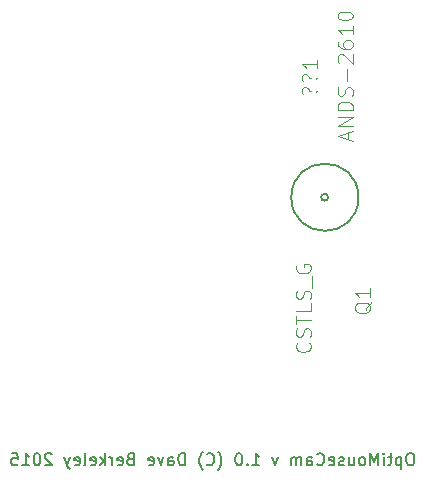
<source format=gbo>
G04 (created by PCBNEW (2013-jul-07)-stable) date Sun 31 May 2015 11:01:27 BST*
%MOIN*%
G04 Gerber Fmt 3.4, Leading zero omitted, Abs format*
%FSLAX34Y34*%
G01*
G70*
G90*
G04 APERTURE LIST*
%ADD10C,0.00590551*%
%ADD11C,0.00787402*%
%ADD12C,0.0035*%
G04 APERTURE END LIST*
G54D10*
G54D11*
X73346Y-65730D02*
G75*
G03X73346Y-65730I-116J0D01*
G74*
G01*
X74360Y-65730D02*
G75*
G03X74360Y-65730I-1120J0D01*
G74*
G01*
G54D10*
X76127Y-74265D02*
X76052Y-74265D01*
X76014Y-74284D01*
X75977Y-74321D01*
X75958Y-74396D01*
X75958Y-74528D01*
X75977Y-74603D01*
X76014Y-74640D01*
X76052Y-74659D01*
X76127Y-74659D01*
X76164Y-74640D01*
X76202Y-74603D01*
X76221Y-74528D01*
X76221Y-74396D01*
X76202Y-74321D01*
X76164Y-74284D01*
X76127Y-74265D01*
X75789Y-74396D02*
X75789Y-74790D01*
X75789Y-74415D02*
X75752Y-74396D01*
X75677Y-74396D01*
X75639Y-74415D01*
X75621Y-74434D01*
X75602Y-74471D01*
X75602Y-74584D01*
X75621Y-74621D01*
X75639Y-74640D01*
X75677Y-74659D01*
X75752Y-74659D01*
X75789Y-74640D01*
X75489Y-74396D02*
X75339Y-74396D01*
X75433Y-74265D02*
X75433Y-74603D01*
X75414Y-74640D01*
X75377Y-74659D01*
X75339Y-74659D01*
X75208Y-74659D02*
X75208Y-74396D01*
X75208Y-74265D02*
X75227Y-74284D01*
X75208Y-74303D01*
X75189Y-74284D01*
X75208Y-74265D01*
X75208Y-74303D01*
X75021Y-74659D02*
X75021Y-74265D01*
X74889Y-74546D01*
X74758Y-74265D01*
X74758Y-74659D01*
X74514Y-74659D02*
X74552Y-74640D01*
X74571Y-74621D01*
X74589Y-74584D01*
X74589Y-74471D01*
X74571Y-74434D01*
X74552Y-74415D01*
X74514Y-74396D01*
X74458Y-74396D01*
X74421Y-74415D01*
X74402Y-74434D01*
X74383Y-74471D01*
X74383Y-74584D01*
X74402Y-74621D01*
X74421Y-74640D01*
X74458Y-74659D01*
X74514Y-74659D01*
X74046Y-74396D02*
X74046Y-74659D01*
X74215Y-74396D02*
X74215Y-74603D01*
X74196Y-74640D01*
X74158Y-74659D01*
X74102Y-74659D01*
X74065Y-74640D01*
X74046Y-74621D01*
X73877Y-74640D02*
X73840Y-74659D01*
X73765Y-74659D01*
X73727Y-74640D01*
X73708Y-74603D01*
X73708Y-74584D01*
X73727Y-74546D01*
X73765Y-74528D01*
X73821Y-74528D01*
X73858Y-74509D01*
X73877Y-74471D01*
X73877Y-74453D01*
X73858Y-74415D01*
X73821Y-74396D01*
X73765Y-74396D01*
X73727Y-74415D01*
X73390Y-74640D02*
X73427Y-74659D01*
X73502Y-74659D01*
X73540Y-74640D01*
X73558Y-74603D01*
X73558Y-74453D01*
X73540Y-74415D01*
X73502Y-74396D01*
X73427Y-74396D01*
X73390Y-74415D01*
X73371Y-74453D01*
X73371Y-74490D01*
X73558Y-74528D01*
X72977Y-74621D02*
X72996Y-74640D01*
X73052Y-74659D01*
X73090Y-74659D01*
X73146Y-74640D01*
X73183Y-74603D01*
X73202Y-74565D01*
X73221Y-74490D01*
X73221Y-74434D01*
X73202Y-74359D01*
X73183Y-74321D01*
X73146Y-74284D01*
X73090Y-74265D01*
X73052Y-74265D01*
X72996Y-74284D01*
X72977Y-74303D01*
X72640Y-74659D02*
X72640Y-74453D01*
X72658Y-74415D01*
X72696Y-74396D01*
X72771Y-74396D01*
X72808Y-74415D01*
X72640Y-74640D02*
X72677Y-74659D01*
X72771Y-74659D01*
X72808Y-74640D01*
X72827Y-74603D01*
X72827Y-74565D01*
X72808Y-74528D01*
X72771Y-74509D01*
X72677Y-74509D01*
X72640Y-74490D01*
X72452Y-74659D02*
X72452Y-74396D01*
X72452Y-74434D02*
X72434Y-74415D01*
X72396Y-74396D01*
X72340Y-74396D01*
X72302Y-74415D01*
X72284Y-74453D01*
X72284Y-74659D01*
X72284Y-74453D02*
X72265Y-74415D01*
X72227Y-74396D01*
X72171Y-74396D01*
X72134Y-74415D01*
X72115Y-74453D01*
X72115Y-74659D01*
X71665Y-74396D02*
X71571Y-74659D01*
X71477Y-74396D01*
X70821Y-74659D02*
X71046Y-74659D01*
X70934Y-74659D02*
X70934Y-74265D01*
X70971Y-74321D01*
X71009Y-74359D01*
X71046Y-74378D01*
X70652Y-74621D02*
X70634Y-74640D01*
X70652Y-74659D01*
X70671Y-74640D01*
X70652Y-74621D01*
X70652Y-74659D01*
X70390Y-74265D02*
X70353Y-74265D01*
X70315Y-74284D01*
X70296Y-74303D01*
X70278Y-74340D01*
X70259Y-74415D01*
X70259Y-74509D01*
X70278Y-74584D01*
X70296Y-74621D01*
X70315Y-74640D01*
X70353Y-74659D01*
X70390Y-74659D01*
X70428Y-74640D01*
X70446Y-74621D01*
X70465Y-74584D01*
X70484Y-74509D01*
X70484Y-74415D01*
X70465Y-74340D01*
X70446Y-74303D01*
X70428Y-74284D01*
X70390Y-74265D01*
X69678Y-74809D02*
X69696Y-74790D01*
X69734Y-74734D01*
X69753Y-74696D01*
X69771Y-74640D01*
X69790Y-74546D01*
X69790Y-74471D01*
X69771Y-74378D01*
X69753Y-74321D01*
X69734Y-74284D01*
X69696Y-74228D01*
X69678Y-74209D01*
X69303Y-74621D02*
X69321Y-74640D01*
X69378Y-74659D01*
X69415Y-74659D01*
X69471Y-74640D01*
X69509Y-74603D01*
X69528Y-74565D01*
X69546Y-74490D01*
X69546Y-74434D01*
X69528Y-74359D01*
X69509Y-74321D01*
X69471Y-74284D01*
X69415Y-74265D01*
X69378Y-74265D01*
X69321Y-74284D01*
X69303Y-74303D01*
X69171Y-74809D02*
X69153Y-74790D01*
X69115Y-74734D01*
X69096Y-74696D01*
X69078Y-74640D01*
X69059Y-74546D01*
X69059Y-74471D01*
X69078Y-74378D01*
X69096Y-74321D01*
X69115Y-74284D01*
X69153Y-74228D01*
X69171Y-74209D01*
X68571Y-74659D02*
X68571Y-74265D01*
X68478Y-74265D01*
X68422Y-74284D01*
X68384Y-74321D01*
X68365Y-74359D01*
X68347Y-74434D01*
X68347Y-74490D01*
X68365Y-74565D01*
X68384Y-74603D01*
X68422Y-74640D01*
X68478Y-74659D01*
X68571Y-74659D01*
X68009Y-74659D02*
X68009Y-74453D01*
X68028Y-74415D01*
X68065Y-74396D01*
X68140Y-74396D01*
X68178Y-74415D01*
X68009Y-74640D02*
X68047Y-74659D01*
X68140Y-74659D01*
X68178Y-74640D01*
X68197Y-74603D01*
X68197Y-74565D01*
X68178Y-74528D01*
X68140Y-74509D01*
X68047Y-74509D01*
X68009Y-74490D01*
X67859Y-74396D02*
X67765Y-74659D01*
X67672Y-74396D01*
X67372Y-74640D02*
X67409Y-74659D01*
X67484Y-74659D01*
X67522Y-74640D01*
X67540Y-74603D01*
X67540Y-74453D01*
X67522Y-74415D01*
X67484Y-74396D01*
X67409Y-74396D01*
X67372Y-74415D01*
X67353Y-74453D01*
X67353Y-74490D01*
X67540Y-74528D01*
X66753Y-74453D02*
X66697Y-74471D01*
X66678Y-74490D01*
X66659Y-74528D01*
X66659Y-74584D01*
X66678Y-74621D01*
X66697Y-74640D01*
X66734Y-74659D01*
X66884Y-74659D01*
X66884Y-74265D01*
X66753Y-74265D01*
X66715Y-74284D01*
X66697Y-74303D01*
X66678Y-74340D01*
X66678Y-74378D01*
X66697Y-74415D01*
X66715Y-74434D01*
X66753Y-74453D01*
X66884Y-74453D01*
X66341Y-74640D02*
X66378Y-74659D01*
X66453Y-74659D01*
X66491Y-74640D01*
X66509Y-74603D01*
X66509Y-74453D01*
X66491Y-74415D01*
X66453Y-74396D01*
X66378Y-74396D01*
X66341Y-74415D01*
X66322Y-74453D01*
X66322Y-74490D01*
X66509Y-74528D01*
X66153Y-74659D02*
X66153Y-74396D01*
X66153Y-74471D02*
X66134Y-74434D01*
X66116Y-74415D01*
X66078Y-74396D01*
X66041Y-74396D01*
X65909Y-74659D02*
X65909Y-74265D01*
X65872Y-74509D02*
X65759Y-74659D01*
X65759Y-74396D02*
X65909Y-74546D01*
X65441Y-74640D02*
X65478Y-74659D01*
X65553Y-74659D01*
X65591Y-74640D01*
X65609Y-74603D01*
X65609Y-74453D01*
X65591Y-74415D01*
X65553Y-74396D01*
X65478Y-74396D01*
X65441Y-74415D01*
X65422Y-74453D01*
X65422Y-74490D01*
X65609Y-74528D01*
X65197Y-74659D02*
X65234Y-74640D01*
X65253Y-74603D01*
X65253Y-74265D01*
X64897Y-74640D02*
X64934Y-74659D01*
X65009Y-74659D01*
X65047Y-74640D01*
X65066Y-74603D01*
X65066Y-74453D01*
X65047Y-74415D01*
X65009Y-74396D01*
X64934Y-74396D01*
X64897Y-74415D01*
X64878Y-74453D01*
X64878Y-74490D01*
X65066Y-74528D01*
X64747Y-74396D02*
X64653Y-74659D01*
X64559Y-74396D02*
X64653Y-74659D01*
X64691Y-74753D01*
X64709Y-74771D01*
X64747Y-74790D01*
X64128Y-74303D02*
X64110Y-74284D01*
X64072Y-74265D01*
X63978Y-74265D01*
X63941Y-74284D01*
X63922Y-74303D01*
X63903Y-74340D01*
X63903Y-74378D01*
X63922Y-74434D01*
X64147Y-74659D01*
X63903Y-74659D01*
X63660Y-74265D02*
X63622Y-74265D01*
X63585Y-74284D01*
X63566Y-74303D01*
X63547Y-74340D01*
X63528Y-74415D01*
X63528Y-74509D01*
X63547Y-74584D01*
X63566Y-74621D01*
X63585Y-74640D01*
X63622Y-74659D01*
X63660Y-74659D01*
X63697Y-74640D01*
X63716Y-74621D01*
X63735Y-74584D01*
X63753Y-74509D01*
X63753Y-74415D01*
X63735Y-74340D01*
X63716Y-74303D01*
X63697Y-74284D01*
X63660Y-74265D01*
X63153Y-74659D02*
X63378Y-74659D01*
X63266Y-74659D02*
X63266Y-74265D01*
X63303Y-74321D01*
X63341Y-74359D01*
X63378Y-74378D01*
X62797Y-74265D02*
X62985Y-74265D01*
X63003Y-74453D01*
X62985Y-74434D01*
X62947Y-74415D01*
X62853Y-74415D01*
X62816Y-74434D01*
X62797Y-74453D01*
X62778Y-74490D01*
X62778Y-74584D01*
X62797Y-74621D01*
X62816Y-74640D01*
X62853Y-74659D01*
X62947Y-74659D01*
X62985Y-74640D01*
X63003Y-74621D01*
G54D12*
X74787Y-69223D02*
X74763Y-69271D01*
X74715Y-69318D01*
X74644Y-69390D01*
X74620Y-69437D01*
X74620Y-69485D01*
X74739Y-69461D02*
X74715Y-69509D01*
X74667Y-69556D01*
X74572Y-69580D01*
X74406Y-69580D01*
X74310Y-69556D01*
X74263Y-69509D01*
X74239Y-69461D01*
X74239Y-69366D01*
X74263Y-69318D01*
X74310Y-69271D01*
X74406Y-69247D01*
X74572Y-69247D01*
X74667Y-69271D01*
X74715Y-69318D01*
X74739Y-69366D01*
X74739Y-69461D01*
X74739Y-68771D02*
X74739Y-69056D01*
X74739Y-68914D02*
X74239Y-68914D01*
X74310Y-68961D01*
X74358Y-69009D01*
X74382Y-69056D01*
X72723Y-70580D02*
X72747Y-70604D01*
X72771Y-70676D01*
X72771Y-70723D01*
X72747Y-70795D01*
X72699Y-70842D01*
X72652Y-70866D01*
X72557Y-70890D01*
X72485Y-70890D01*
X72390Y-70866D01*
X72342Y-70842D01*
X72295Y-70795D01*
X72271Y-70723D01*
X72271Y-70676D01*
X72295Y-70604D01*
X72319Y-70580D01*
X72747Y-70390D02*
X72771Y-70318D01*
X72771Y-70199D01*
X72747Y-70152D01*
X72723Y-70128D01*
X72676Y-70104D01*
X72628Y-70104D01*
X72580Y-70128D01*
X72557Y-70152D01*
X72533Y-70199D01*
X72509Y-70295D01*
X72485Y-70342D01*
X72461Y-70366D01*
X72414Y-70390D01*
X72366Y-70390D01*
X72319Y-70366D01*
X72295Y-70342D01*
X72271Y-70295D01*
X72271Y-70176D01*
X72295Y-70104D01*
X72271Y-69961D02*
X72271Y-69675D01*
X72771Y-69818D02*
X72271Y-69818D01*
X72771Y-69271D02*
X72771Y-69509D01*
X72271Y-69509D01*
X72747Y-69128D02*
X72771Y-69056D01*
X72771Y-68937D01*
X72747Y-68890D01*
X72723Y-68866D01*
X72676Y-68842D01*
X72628Y-68842D01*
X72580Y-68866D01*
X72557Y-68890D01*
X72533Y-68937D01*
X72509Y-69033D01*
X72485Y-69080D01*
X72461Y-69104D01*
X72414Y-69128D01*
X72366Y-69128D01*
X72319Y-69104D01*
X72295Y-69080D01*
X72271Y-69033D01*
X72271Y-68914D01*
X72295Y-68842D01*
X72819Y-68747D02*
X72819Y-68366D01*
X72295Y-67985D02*
X72271Y-68033D01*
X72271Y-68104D01*
X72295Y-68175D01*
X72342Y-68223D01*
X72390Y-68247D01*
X72485Y-68271D01*
X72557Y-68271D01*
X72652Y-68247D01*
X72699Y-68223D01*
X72747Y-68175D01*
X72771Y-68104D01*
X72771Y-68056D01*
X72747Y-67985D01*
X72723Y-67961D01*
X72557Y-67961D01*
X72557Y-68056D01*
X72936Y-62199D02*
X72960Y-62175D01*
X72984Y-62199D01*
X72960Y-62223D01*
X72936Y-62199D01*
X72984Y-62199D01*
X72508Y-62294D02*
X72484Y-62246D01*
X72484Y-62127D01*
X72508Y-62080D01*
X72555Y-62056D01*
X72603Y-62056D01*
X72651Y-62080D01*
X72674Y-62103D01*
X72698Y-62151D01*
X72722Y-62175D01*
X72770Y-62199D01*
X72793Y-62199D01*
X72936Y-61770D02*
X72960Y-61746D01*
X72984Y-61770D01*
X72960Y-61794D01*
X72936Y-61770D01*
X72984Y-61770D01*
X72508Y-61865D02*
X72484Y-61818D01*
X72484Y-61699D01*
X72508Y-61651D01*
X72555Y-61627D01*
X72603Y-61627D01*
X72651Y-61651D01*
X72674Y-61675D01*
X72698Y-61723D01*
X72722Y-61746D01*
X72770Y-61770D01*
X72793Y-61770D01*
X72984Y-61151D02*
X72984Y-61437D01*
X72984Y-61294D02*
X72484Y-61294D01*
X72555Y-61342D01*
X72603Y-61389D01*
X72627Y-61437D01*
X74022Y-63800D02*
X74022Y-63562D01*
X74165Y-63848D02*
X73665Y-63681D01*
X74165Y-63515D01*
X74165Y-63348D02*
X73665Y-63348D01*
X74165Y-63062D01*
X73665Y-63062D01*
X74165Y-62824D02*
X73665Y-62824D01*
X73665Y-62705D01*
X73689Y-62634D01*
X73736Y-62586D01*
X73784Y-62562D01*
X73879Y-62539D01*
X73951Y-62539D01*
X74046Y-62562D01*
X74093Y-62586D01*
X74141Y-62634D01*
X74165Y-62705D01*
X74165Y-62824D01*
X74141Y-62348D02*
X74165Y-62277D01*
X74165Y-62158D01*
X74141Y-62110D01*
X74117Y-62086D01*
X74070Y-62062D01*
X74022Y-62062D01*
X73974Y-62086D01*
X73951Y-62110D01*
X73927Y-62158D01*
X73903Y-62253D01*
X73879Y-62300D01*
X73855Y-62324D01*
X73808Y-62348D01*
X73760Y-62348D01*
X73713Y-62324D01*
X73689Y-62300D01*
X73665Y-62253D01*
X73665Y-62134D01*
X73689Y-62062D01*
X73974Y-61848D02*
X73974Y-61467D01*
X73713Y-61253D02*
X73689Y-61229D01*
X73665Y-61181D01*
X73665Y-61062D01*
X73689Y-61015D01*
X73713Y-60991D01*
X73760Y-60967D01*
X73808Y-60967D01*
X73879Y-60991D01*
X74165Y-61277D01*
X74165Y-60967D01*
X73665Y-60539D02*
X73665Y-60634D01*
X73689Y-60681D01*
X73713Y-60705D01*
X73784Y-60753D01*
X73879Y-60777D01*
X74070Y-60777D01*
X74117Y-60753D01*
X74141Y-60729D01*
X74165Y-60681D01*
X74165Y-60586D01*
X74141Y-60539D01*
X74117Y-60515D01*
X74070Y-60491D01*
X73951Y-60491D01*
X73903Y-60515D01*
X73879Y-60539D01*
X73855Y-60586D01*
X73855Y-60681D01*
X73879Y-60729D01*
X73903Y-60753D01*
X73951Y-60777D01*
X74165Y-60015D02*
X74165Y-60300D01*
X74165Y-60158D02*
X73665Y-60158D01*
X73736Y-60205D01*
X73784Y-60253D01*
X73808Y-60300D01*
X73665Y-59705D02*
X73665Y-59658D01*
X73689Y-59610D01*
X73713Y-59586D01*
X73760Y-59562D01*
X73855Y-59539D01*
X73974Y-59539D01*
X74070Y-59562D01*
X74117Y-59586D01*
X74141Y-59610D01*
X74165Y-59658D01*
X74165Y-59705D01*
X74141Y-59753D01*
X74117Y-59777D01*
X74070Y-59800D01*
X73974Y-59824D01*
X73855Y-59824D01*
X73760Y-59800D01*
X73713Y-59777D01*
X73689Y-59753D01*
X73665Y-59705D01*
M02*

</source>
